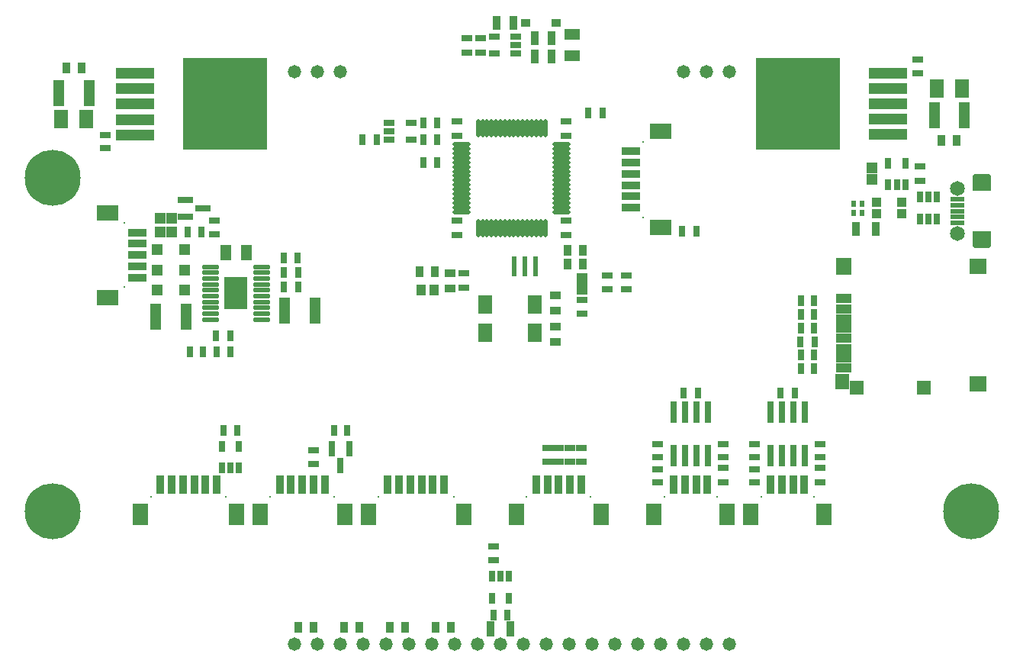
<source format=gbs>
%FSTAX23Y23*%
%MOIN*%
%SFA1B1*%

%IPPOS*%
%AMD87*
4,1,8,0.041400,-0.009800,0.041400,0.009800,0.027600,0.023700,-0.027600,0.023700,-0.041400,0.009800,-0.041400,-0.009800,-0.027600,-0.023700,0.027600,-0.023700,0.041400,-0.009800,0.0*
1,1,0.027685,0.027600,-0.009800*
1,1,0.027685,0.027600,0.009800*
1,1,0.027685,-0.027600,0.009800*
1,1,0.027685,-0.027600,-0.009800*
%
%ADD82R,0.029653X0.045401*%
%ADD83C,0.058000*%
%ADD84C,0.244220*%
%ADD85C,0.008000*%
%ADD86C,0.065086*%
G04~CAMADD=87~8~0.0~0.0~473.7~828.0~138.4~0.0~15~0.0~0.0~0.0~0.0~0~0.0~0.0~0.0~0.0~0~0.0~0.0~0.0~270.0~828.0~474.0*
%ADD87D87*%
%ADD88R,0.070992X0.094614*%
%ADD89R,0.035559X0.078866*%
%ADD90R,0.082803X0.047370*%
%ADD91R,0.061149X0.023748*%
%ADD92R,0.067055X0.039496*%
%ADD93R,0.059181X0.058787*%
%ADD94R,0.059181X0.070992*%
%ADD95R,0.067055X0.074929*%
%ADD96R,0.074929X0.067055*%
%ADD97R,0.078866X0.035559*%
%ADD98R,0.094614X0.070992*%
%ADD99R,0.023748X0.090677*%
%ADD100R,0.045401X0.029653*%
%ADD101R,0.045401X0.027685*%
%ADD102R,0.031622X0.094614*%
%ADD103R,0.027685X0.045401*%
%ADD104R,0.031622X0.051307*%
%ADD105R,0.031622X0.049338*%
%ADD106R,0.043433X0.043433*%
%ADD107R,0.037527X0.059181*%
%ADD108R,0.023748X0.031622*%
%ADD109R,0.047370X0.047370*%
%ADD110R,0.033590X0.049338*%
%ADD111R,0.045401X0.118236*%
%ADD112R,0.059181X0.078866*%
%ADD113R,0.366267X0.403668*%
%ADD114R,0.171385X0.047370*%
%ADD115R,0.069023X0.045401*%
%ADD116R,0.035559X0.063118*%
%ADD117R,0.049338X0.031622*%
%ADD118R,0.039496X0.033590*%
%ADD119O,0.019811X0.078866*%
%ADD120O,0.078866X0.019811*%
%ADD121R,0.049338X0.033590*%
%ADD122R,0.059181X0.082803*%
%ADD123R,0.043433X0.049338*%
%ADD124O,0.074929X0.021779*%
%ADD125R,0.102488X0.141858*%
%ADD126R,0.045401X0.069023*%
%ADD127R,0.047370X0.051307*%
%ADD128R,0.067055X0.029653*%
%ADD129R,0.047370X0.047370*%
%ADD130R,0.029653X0.067055*%
%ADD131R,0.037527X0.065086*%
%LNpcb_singleledrow-1*%
%LPD*%
G54D82*
X00807Y00555D03*
X00744D03*
X01237Y-00152D03*
X01174D03*
X00813D03*
X0075D03*
X01261Y00073D03*
X01324D03*
X00397Y0107D03*
X00334D03*
X-00387Y00856D03*
X-00324D03*
Y00954D03*
X-00387D03*
Y01029D03*
X-00324D03*
X-00588Y00954D03*
X-00651D03*
X-00933Y0031D03*
X-00996D03*
X-00933Y00374D03*
X-00996D03*
X-01228Y00098D03*
X-01291D03*
G54D83*
X0095Y0125D03*
X0085D03*
X0075D03*
X-0075D03*
X-0085D03*
X-0095D03*
Y-0125D03*
X-0085D03*
X-0075D03*
X-0065D03*
X-0055D03*
X-0045D03*
X-0035D03*
X-0025D03*
X-0015D03*
X-0005D03*
X0005D03*
X0015D03*
X0025D03*
X0035D03*
X0045D03*
X0055D03*
X0065D03*
X0075D03*
X0085D03*
X0095D03*
G54D84*
X-02007Y00787D03*
Y-00669D03*
X02007D03*
G54D85*
X0109Y-00606D03*
X0132D03*
X00667D03*
X00897D03*
X-01248D03*
X-01576D03*
X-01055D03*
X-00775D03*
X-00253D03*
X-00582D03*
X00576Y00945D03*
Y00616D03*
X00066Y-00606D03*
X00346D03*
X-01692Y0059D03*
Y00311D03*
G54D86*
X01949Y00742D03*
Y00545D03*
G54D87*
X02056Y00505D03*
Y00781D03*
G54D88*
X01045Y-00681D03*
X01366D03*
X00622D03*
X00942D03*
X-01202D03*
X-01622D03*
X-011D03*
X-0073D03*
X-00208D03*
X-00627D03*
X00021D03*
X00391D03*
G54D89*
X01279Y-00551D03*
X0123D03*
X01181D03*
X01131D03*
X00856D03*
X00807D03*
X00757D03*
X00708D03*
X-01486D03*
X-01437D03*
X-01387D03*
X-01338D03*
X-01289D03*
X-01535D03*
X-00816D03*
X-00866D03*
X-00915D03*
X-00964D03*
X-01013D03*
X-00492D03*
X-00442D03*
X-00393D03*
X-00344D03*
X-00295D03*
X-00541D03*
X00305D03*
X00255D03*
X00206D03*
X00157D03*
X00108D03*
G54D90*
X02056Y0053D03*
Y00756D03*
G54D91*
X01949Y00694D03*
Y00669D03*
Y00643D03*
Y00618D03*
Y00592D03*
G54D92*
X0145Y-00042D03*
Y0D03*
Y00043D03*
Y00087D03*
Y0013D03*
Y00173D03*
Y00216D03*
Y0026D03*
G54D93*
X01509Y-00127D03*
X01801D03*
G54D94*
X01446Y-00103D03*
G54D95*
X0145Y004D03*
G54D96*
X02039Y004D03*
Y-00111D03*
G54D97*
X00521Y00707D03*
Y00756D03*
Y00805D03*
Y00854D03*
Y00904D03*
Y00658D03*
X-01637Y00352D03*
Y00401D03*
Y0045D03*
Y005D03*
Y00549D03*
G54D98*
X00651Y0099D03*
Y00571D03*
X-01767Y00635D03*
Y00265D03*
G54D99*
X00106Y00401D03*
X00059D03*
X00011D03*
G54D100*
X01348Y-00543D03*
Y-0048D03*
X00925Y-00543D03*
Y-0048D03*
X01784Y00775D03*
Y00837D03*
X-00137Y01336D03*
Y01399D03*
X-00196Y01336D03*
Y01399D03*
X00238Y00972D03*
Y01035D03*
X-00238D03*
Y00972D03*
X00238Y00539D03*
Y00602D03*
X-00238D03*
Y00539D03*
X-0021Y0037D03*
Y00307D03*
G54D101*
X01348Y-00374D03*
Y-00433D03*
X01062Y-00484D03*
Y-00543D03*
Y-00374D03*
Y-00433D03*
X00925Y-00374D03*
Y-00433D03*
X00639Y-00484D03*
Y-00543D03*
Y-00374D03*
Y-00433D03*
X01776Y01304D03*
Y01245D03*
X-01776Y00917D03*
Y00976D03*
X005Y00301D03*
Y0036D03*
X00417D03*
Y00301D03*
X00307Y00196D03*
Y00255D03*
X-01299Y006D03*
Y00541D03*
X-00866Y-00403D03*
Y-00462D03*
X00305Y-00452D03*
Y-00393D03*
X00255Y-00452D03*
Y-00393D03*
X00206Y-00452D03*
Y-00393D03*
X00157Y-00452D03*
Y-00393D03*
X-00079Y-00822D03*
Y-00881D03*
G54D102*
X00707Y-00235D03*
X00757D03*
X00807D03*
X00857D03*
X00707Y-00424D03*
X00757D03*
X00807D03*
X00857D03*
X0113Y-00235D03*
X0118D03*
X0123D03*
X0128D03*
X0113Y-00424D03*
X0118D03*
X0123D03*
X0128D03*
G54D103*
X01263Y-00044D03*
X01322D03*
X01263Y00014D03*
X01322D03*
X01263Y00132D03*
X01322D03*
X01263Y00191D03*
X01322D03*
X01263Y0025D03*
X01322D03*
X-00935Y00437D03*
X-00994D03*
X-01348Y00029D03*
X-01407D03*
X-0123D03*
X-01289D03*
X-01357Y00553D03*
X-01416D03*
X-01259Y-00314D03*
X-012D03*
X-00718D03*
X-00777D03*
X-0002Y-01122D03*
X-00079D03*
G54D104*
X01859Y00607D03*
X01821D03*
X01784D03*
Y00705D03*
X01821D03*
X01859D03*
G54D105*
X01721Y00759D03*
X01684D03*
X01646D03*
Y00853D03*
X01721D03*
X-01192Y-0048D03*
X-0123D03*
X-01267D03*
Y-00385D03*
X-01192D03*
X-00087Y-01047D03*
X-00012D03*
Y-00952D03*
X-0005D03*
X-00087D03*
G54D106*
X01703Y0068D03*
X01593D03*
Y00632D03*
X01703D03*
G54D107*
X01592Y00566D03*
X01505D03*
G54D108*
X01496Y00676D03*
X01531D03*
X01496Y00636D03*
X01531D03*
G54D109*
X01574Y00781D03*
Y00831D03*
X00307Y00349D03*
Y003D03*
G54D110*
X01946Y00952D03*
X01879D03*
X-01946Y01268D03*
X-01879D03*
X00311Y00472D03*
X00244D03*
X00311Y00413D03*
X00244D03*
X-00334Y00377D03*
X-00401D03*
X-00333Y-01175D03*
X-00266D03*
X-00533D03*
X-00466D03*
X-00733D03*
X-00666D03*
X-00933D03*
X-00866D03*
G54D111*
X01979Y01062D03*
X01847D03*
X-01979Y01158D03*
X-01847D03*
X-00992Y00207D03*
X-0086D03*
X-01423Y00182D03*
X-01555D03*
G54D112*
X01968Y01177D03*
X01858D03*
X-01968Y01044D03*
X-01858D03*
G54D113*
X01252Y01111D03*
X-01252Y0111D03*
G54D114*
X01646Y00977D03*
Y01044D03*
Y01111D03*
Y01178D03*
Y01245D03*
X-01646Y01244D03*
Y01177D03*
Y0111D03*
Y01043D03*
Y00976D03*
G54D115*
X00265Y01321D03*
Y01414D03*
G54D116*
X00175Y01318D03*
X001D03*
X00175Y01397D03*
X001D03*
X-00066Y01466D03*
X00007D03*
G54D117*
X-00076Y01405D03*
Y0133D03*
X00017D03*
Y01368D03*
Y01405D03*
X-00535Y00954D03*
Y00992D03*
Y01029D03*
X-0044D03*
Y00954D03*
G54D118*
X00194Y01466D03*
X00061D03*
G54D119*
X00147Y00568D03*
X00127D03*
X00108D03*
X00088D03*
X00068D03*
X00049D03*
X00029D03*
X00009D03*
X-00009D03*
X-00029D03*
X-00049D03*
X-00068D03*
X-00088D03*
X-00108D03*
X-00127D03*
X-00147D03*
Y01005D03*
X-00127D03*
X-00108D03*
X-00088D03*
X-00068D03*
X-00049D03*
X-00029D03*
X-00009D03*
X00009D03*
X00029D03*
X00049D03*
X00068D03*
X00088D03*
X00108D03*
X00127D03*
X00147D03*
G54D120*
X-00218Y00639D03*
Y00659D03*
Y00679D03*
Y00698D03*
Y00718D03*
Y00738D03*
Y00757D03*
Y00777D03*
Y00797D03*
Y00816D03*
Y00836D03*
Y00856D03*
Y00875D03*
Y00895D03*
Y00915D03*
Y00935D03*
X00218D03*
Y00915D03*
Y00895D03*
Y00875D03*
Y00856D03*
Y00836D03*
Y00816D03*
Y00797D03*
Y00777D03*
Y00757D03*
Y00738D03*
Y00718D03*
Y00698D03*
Y00679D03*
Y00659D03*
Y00639D03*
G54D121*
X0019Y00137D03*
Y0007D03*
Y00275D03*
Y00208D03*
X-00269Y00372D03*
Y00305D03*
G54D122*
X001Y0011D03*
X-00116D03*
Y00236D03*
X001D03*
G54D123*
X-00395Y00299D03*
X-0034D03*
G54D124*
X-01092Y00399D03*
Y00374D03*
Y00348D03*
Y00322D03*
Y00297D03*
Y00271D03*
Y00246D03*
Y0022D03*
Y00194D03*
Y00169D03*
X-01316Y00399D03*
Y00374D03*
Y00348D03*
Y00322D03*
Y00297D03*
Y00271D03*
Y00246D03*
Y0022D03*
Y00194D03*
Y00169D03*
G54D125*
X-01204Y00284D03*
G54D126*
X-0125Y00461D03*
X-01158D03*
G54D127*
X-01428Y00297D03*
X-0155D03*
X-01428Y00386D03*
X-0155D03*
X-01428Y00476D03*
X-0155D03*
G54D128*
X-01424Y00618D03*
Y00692D03*
X-01349Y00655D03*
G54D129*
X-01535Y00551D03*
X-01486D03*
X-01535Y0061D03*
X-01486D03*
G54D130*
X-00748Y-0047D03*
X-0071Y-00395D03*
X-00785D03*
G54D131*
X-00092Y-01181D03*
X-00007D03*
M02*
</source>
